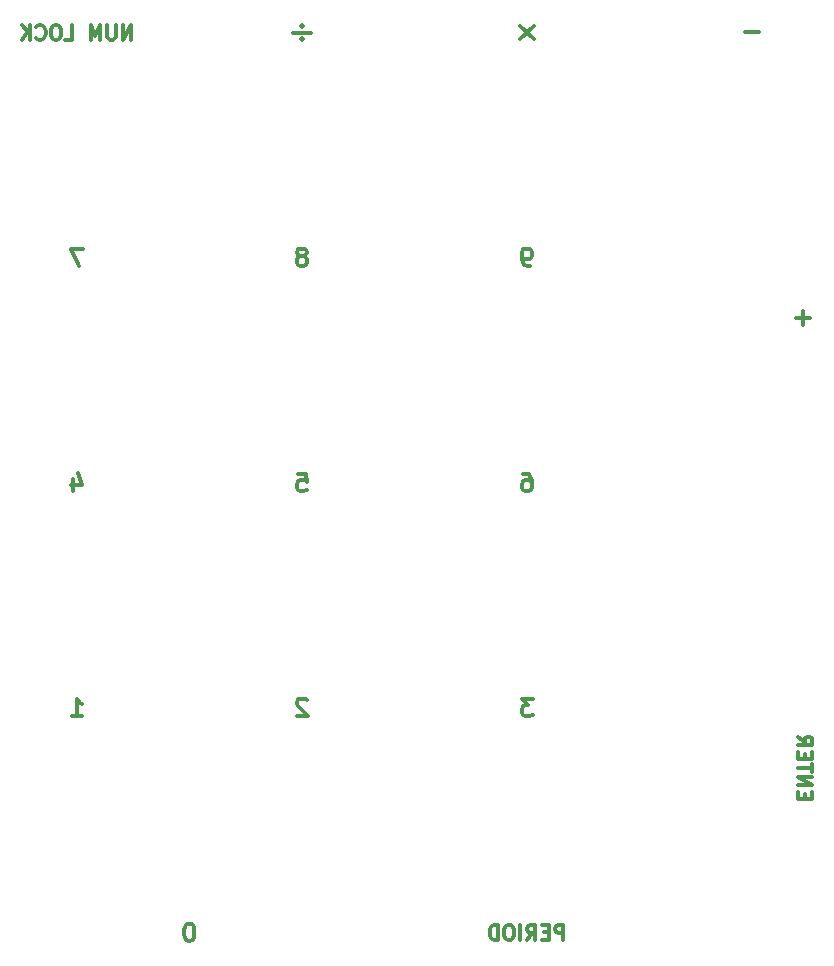
<source format=gbo>
%TF.GenerationSoftware,KiCad,Pcbnew,(6.0.2)*%
%TF.CreationDate,2022-03-22T19:34:44-04:00*%
%TF.ProjectId,RYCpad_pcb,52594370-6164-45f7-9063-622e6b696361,rev?*%
%TF.SameCoordinates,Original*%
%TF.FileFunction,Legend,Bot*%
%TF.FilePolarity,Positive*%
%FSLAX46Y46*%
G04 Gerber Fmt 4.6, Leading zero omitted, Abs format (unit mm)*
G04 Created by KiCad (PCBNEW (6.0.2)) date 2022-03-22 19:34:44*
%MOMM*%
%LPD*%
G01*
G04 APERTURE LIST*
%ADD10C,0.300000*%
%ADD11C,3.048000*%
%ADD12C,3.987800*%
%ADD13R,1.600000X1.600000*%
%ADD14O,1.600000X1.600000*%
%ADD15C,1.600000*%
%ADD16C,1.701800*%
%ADD17C,2.286000*%
%ADD18C,1.400000*%
%ADD19O,1.400000X1.400000*%
%ADD20C,4.400000*%
%ADD21C,2.000000*%
%ADD22R,1.700000X1.700000*%
%ADD23O,1.700000X1.700000*%
%ADD24O,0.650000X1.000000*%
%ADD25O,0.900000X2.400000*%
%ADD26O,0.900000X1.700000*%
%ADD27C,1.500000*%
%ADD28R,1.200000X1.200000*%
%ADD29C,1.200000*%
%ADD30R,1.800000X1.800000*%
%ADD31C,1.800000*%
G04 APERTURE END LIST*
D10*
X-29003571Y-33698571D02*
X-28146428Y-33698571D01*
X-28575000Y-33698571D02*
X-28575000Y-32198571D01*
X-28432142Y-32412857D01*
X-28289285Y-32555714D01*
X-28146428Y-32627142D01*
X-18978571Y-51248571D02*
X-19121428Y-51248571D01*
X-19264285Y-51320000D01*
X-19335714Y-51391428D01*
X-19407142Y-51534285D01*
X-19478571Y-51820000D01*
X-19478571Y-52177142D01*
X-19407142Y-52462857D01*
X-19335714Y-52605714D01*
X-19264285Y-52677142D01*
X-19121428Y-52748571D01*
X-18978571Y-52748571D01*
X-18835714Y-52677142D01*
X-18764285Y-52605714D01*
X-18692857Y-52462857D01*
X-18621428Y-52177142D01*
X-18621428Y-51820000D01*
X-18692857Y-51534285D01*
X-18764285Y-51391428D01*
X-18835714Y-51320000D01*
X-18978571Y-51248571D01*
X-9096428Y-32341428D02*
X-9167857Y-32270000D01*
X-9310714Y-32198571D01*
X-9667857Y-32198571D01*
X-9810714Y-32270000D01*
X-9882142Y-32341428D01*
X-9953571Y-32484285D01*
X-9953571Y-32627142D01*
X-9882142Y-32841428D01*
X-9025000Y-33698571D01*
X-9953571Y-33698571D01*
X10025000Y-32198571D02*
X9096428Y-32198571D01*
X9596428Y-32770000D01*
X9382142Y-32770000D01*
X9239285Y-32841428D01*
X9167857Y-32912857D01*
X9096428Y-33055714D01*
X9096428Y-33412857D01*
X9167857Y-33555714D01*
X9239285Y-33627142D01*
X9382142Y-33698571D01*
X9810714Y-33698571D01*
X9953571Y-33627142D01*
X10025000Y-33555714D01*
X9239285Y-13148571D02*
X9525000Y-13148571D01*
X9667857Y-13220000D01*
X9739285Y-13291428D01*
X9882142Y-13505714D01*
X9953571Y-13791428D01*
X9953571Y-14362857D01*
X9882142Y-14505714D01*
X9810714Y-14577142D01*
X9667857Y-14648571D01*
X9382142Y-14648571D01*
X9239285Y-14577142D01*
X9167857Y-14505714D01*
X9096428Y-14362857D01*
X9096428Y-14005714D01*
X9167857Y-13862857D01*
X9239285Y-13791428D01*
X9382142Y-13720000D01*
X9667857Y-13720000D01*
X9810714Y-13791428D01*
X9882142Y-13862857D01*
X9953571Y-14005714D01*
X-9882142Y-13148571D02*
X-9167857Y-13148571D01*
X-9096428Y-13862857D01*
X-9167857Y-13791428D01*
X-9310714Y-13720000D01*
X-9667857Y-13720000D01*
X-9810714Y-13791428D01*
X-9882142Y-13862857D01*
X-9953571Y-14005714D01*
X-9953571Y-14362857D01*
X-9882142Y-14505714D01*
X-9810714Y-14577142D01*
X-9667857Y-14648571D01*
X-9310714Y-14648571D01*
X-9167857Y-14577142D01*
X-9096428Y-14505714D01*
X-28860714Y-13648571D02*
X-28860714Y-14648571D01*
X-28503571Y-13077142D02*
X-28146428Y-14148571D01*
X-29075000Y-14148571D01*
X-28075000Y5901428D02*
X-29075000Y5901428D01*
X-28432142Y4401428D01*
X-9382142Y5258571D02*
X-9239285Y5330000D01*
X-9167857Y5401428D01*
X-9096428Y5544285D01*
X-9096428Y5615714D01*
X-9167857Y5758571D01*
X-9239285Y5830000D01*
X-9382142Y5901428D01*
X-9667857Y5901428D01*
X-9810714Y5830000D01*
X-9882142Y5758571D01*
X-9953571Y5615714D01*
X-9953571Y5544285D01*
X-9882142Y5401428D01*
X-9810714Y5330000D01*
X-9667857Y5258571D01*
X-9382142Y5258571D01*
X-9239285Y5187142D01*
X-9167857Y5115714D01*
X-9096428Y4972857D01*
X-9096428Y4687142D01*
X-9167857Y4544285D01*
X-9239285Y4472857D01*
X-9382142Y4401428D01*
X-9667857Y4401428D01*
X-9810714Y4472857D01*
X-9882142Y4544285D01*
X-9953571Y4687142D01*
X-9953571Y4972857D01*
X-9882142Y5115714D01*
X-9810714Y5187142D01*
X-9667857Y5258571D01*
X9810714Y4401428D02*
X9525000Y4401428D01*
X9382142Y4472857D01*
X9310714Y4544285D01*
X9167857Y4758571D01*
X9096428Y5044285D01*
X9096428Y5615714D01*
X9167857Y5758571D01*
X9239285Y5830000D01*
X9382142Y5901428D01*
X9667857Y5901428D01*
X9810714Y5830000D01*
X9882142Y5758571D01*
X9953571Y5615714D01*
X9953571Y5258571D01*
X9882142Y5115714D01*
X9810714Y5044285D01*
X9667857Y4972857D01*
X9382142Y4972857D01*
X9239285Y5044285D01*
X9167857Y5115714D01*
X9096428Y5258571D01*
X10096428Y24758571D02*
X8953571Y23615714D01*
X8953571Y24758571D02*
X10096428Y23615714D01*
X-10286904Y24187142D02*
X-8763095Y24187142D01*
X-9525000Y23710952D02*
X-9620238Y23615714D01*
X-9525000Y23520476D01*
X-9429761Y23615714D01*
X-9525000Y23710952D01*
X-9525000Y23520476D01*
X-9525000Y24853809D02*
X-9620238Y24758571D01*
X-9525000Y24663333D01*
X-9429761Y24758571D01*
X-9525000Y24853809D01*
X-9525000Y24663333D01*
X-23961904Y23564523D02*
X-23961904Y24814523D01*
X-24676190Y23564523D01*
X-24676190Y24814523D01*
X-25271428Y24814523D02*
X-25271428Y23802619D01*
X-25330952Y23683571D01*
X-25390476Y23624047D01*
X-25509523Y23564523D01*
X-25747619Y23564523D01*
X-25866666Y23624047D01*
X-25926190Y23683571D01*
X-25985714Y23802619D01*
X-25985714Y24814523D01*
X-26580952Y23564523D02*
X-26580952Y24814523D01*
X-26997619Y23921666D01*
X-27414285Y24814523D01*
X-27414285Y23564523D01*
X-29557142Y23564523D02*
X-28961904Y23564523D01*
X-28961904Y24814523D01*
X-30211904Y24814523D02*
X-30450000Y24814523D01*
X-30569047Y24755000D01*
X-30688095Y24635952D01*
X-30747619Y24397857D01*
X-30747619Y23981190D01*
X-30688095Y23743095D01*
X-30569047Y23624047D01*
X-30450000Y23564523D01*
X-30211904Y23564523D01*
X-30092857Y23624047D01*
X-29973809Y23743095D01*
X-29914285Y23981190D01*
X-29914285Y24397857D01*
X-29973809Y24635952D01*
X-30092857Y24755000D01*
X-30211904Y24814523D01*
X-31997619Y23683571D02*
X-31938095Y23624047D01*
X-31759523Y23564523D01*
X-31640476Y23564523D01*
X-31461904Y23624047D01*
X-31342857Y23743095D01*
X-31283333Y23862142D01*
X-31223809Y24100238D01*
X-31223809Y24278809D01*
X-31283333Y24516904D01*
X-31342857Y24635952D01*
X-31461904Y24755000D01*
X-31640476Y24814523D01*
X-31759523Y24814523D01*
X-31938095Y24755000D01*
X-31997619Y24695476D01*
X-32533333Y23564523D02*
X-32533333Y24814523D01*
X-33247619Y23564523D02*
X-32711904Y24278809D01*
X-33247619Y24814523D02*
X-32533333Y24100238D01*
X29146428Y24222857D02*
X28003571Y24222857D01*
X33109285Y-40689285D02*
X33109285Y-40272619D01*
X32454523Y-40094047D02*
X32454523Y-40689285D01*
X33704523Y-40689285D01*
X33704523Y-40094047D01*
X32454523Y-39558333D02*
X33704523Y-39558333D01*
X32454523Y-38844047D01*
X33704523Y-38844047D01*
X33704523Y-38427380D02*
X33704523Y-37713095D01*
X32454523Y-38070238D02*
X33704523Y-38070238D01*
X33109285Y-37296428D02*
X33109285Y-36879761D01*
X32454523Y-36701190D02*
X32454523Y-37296428D01*
X33704523Y-37296428D01*
X33704523Y-36701190D01*
X32454523Y-35451190D02*
X33049761Y-35867857D01*
X32454523Y-36165476D02*
X33704523Y-36165476D01*
X33704523Y-35689285D01*
X33645000Y-35570238D01*
X33585476Y-35510714D01*
X33466428Y-35451190D01*
X33287857Y-35451190D01*
X33168809Y-35510714D01*
X33109285Y-35570238D01*
X33049761Y-35689285D01*
X33049761Y-36165476D01*
X12620238Y-52635476D02*
X12620238Y-51385476D01*
X12144047Y-51385476D01*
X12025000Y-51445000D01*
X11965476Y-51504523D01*
X11905952Y-51623571D01*
X11905952Y-51802142D01*
X11965476Y-51921190D01*
X12025000Y-51980714D01*
X12144047Y-52040238D01*
X12620238Y-52040238D01*
X11370238Y-51980714D02*
X10953571Y-51980714D01*
X10775000Y-52635476D02*
X11370238Y-52635476D01*
X11370238Y-51385476D01*
X10775000Y-51385476D01*
X9525000Y-52635476D02*
X9941666Y-52040238D01*
X10239285Y-52635476D02*
X10239285Y-51385476D01*
X9763095Y-51385476D01*
X9644047Y-51445000D01*
X9584523Y-51504523D01*
X9525000Y-51623571D01*
X9525000Y-51802142D01*
X9584523Y-51921190D01*
X9644047Y-51980714D01*
X9763095Y-52040238D01*
X10239285Y-52040238D01*
X8989285Y-52635476D02*
X8989285Y-51385476D01*
X8155952Y-51385476D02*
X7917857Y-51385476D01*
X7798809Y-51445000D01*
X7679761Y-51564047D01*
X7620238Y-51802142D01*
X7620238Y-52218809D01*
X7679761Y-52456904D01*
X7798809Y-52575952D01*
X7917857Y-52635476D01*
X8155952Y-52635476D01*
X8275000Y-52575952D01*
X8394047Y-52456904D01*
X8453571Y-52218809D01*
X8453571Y-51802142D01*
X8394047Y-51564047D01*
X8275000Y-51445000D01*
X8155952Y-51385476D01*
X7084523Y-52635476D02*
X7084523Y-51385476D01*
X6786904Y-51385476D01*
X6608333Y-51445000D01*
X6489285Y-51564047D01*
X6429761Y-51683095D01*
X6370238Y-51921190D01*
X6370238Y-52099761D01*
X6429761Y-52337857D01*
X6489285Y-52456904D01*
X6608333Y-52575952D01*
X6786904Y-52635476D01*
X7084523Y-52635476D01*
X32912857Y-571428D02*
X32912857Y571428D01*
X32341428Y0D02*
X33484285Y0D01*
%LPC*%
D11*
X35560000Y11900000D03*
D12*
X20320000Y11900000D03*
D11*
X35560000Y-11900000D03*
D12*
X20320000Y-11900000D03*
D11*
X35560000Y-50000000D03*
D12*
X20320000Y-50000000D03*
D11*
X35560000Y-26200000D03*
D12*
X20320000Y-26200000D03*
X-30950000Y-39370000D03*
D11*
X-7150000Y-54610000D03*
D12*
X-7150000Y-39370000D03*
D11*
X-30950000Y-54610000D03*
D13*
X16510000Y46355000D03*
D14*
X13970000Y46355000D03*
X11430000Y46355000D03*
X8890000Y46355000D03*
X6350000Y46355000D03*
X3810000Y46355000D03*
X1270000Y46355000D03*
X-1270000Y46355000D03*
X-3810000Y46355000D03*
X-6350000Y46355000D03*
X-8890000Y46355000D03*
X-11430000Y46355000D03*
X-13970000Y46355000D03*
X-16510000Y46355000D03*
X-16510000Y38735000D03*
X-13970000Y38735000D03*
X-11430000Y38735000D03*
X-8890000Y38735000D03*
X-6350000Y38735000D03*
X-3810000Y38735000D03*
X-1270000Y38735000D03*
X1270000Y38735000D03*
X3810000Y38735000D03*
X6350000Y38735000D03*
X8890000Y38735000D03*
X11430000Y38735000D03*
X13970000Y38735000D03*
X16510000Y38735000D03*
D15*
X-22860000Y51435000D03*
D14*
X-22860000Y46355000D03*
D15*
X-25400000Y54991000D03*
D14*
X-20320000Y54991000D03*
D15*
X-25400000Y57531000D03*
D14*
X-20320000Y57531000D03*
D15*
X35560000Y43815000D03*
D14*
X35560000Y38735000D03*
D15*
X-35560000Y43815000D03*
D14*
X-35560000Y38735000D03*
D15*
X-20320000Y43815000D03*
D14*
X-20320000Y38735000D03*
D15*
X-22860000Y43815000D03*
D14*
X-22860000Y38735000D03*
D15*
X22860000Y43815000D03*
D14*
X22860000Y38735000D03*
D15*
X-30480000Y43815000D03*
D14*
X-30480000Y38735000D03*
D15*
X-25400000Y43815000D03*
D14*
X-25400000Y38735000D03*
D15*
X25400000Y43815000D03*
D14*
X25400000Y38735000D03*
D15*
X30480000Y43815000D03*
D14*
X30480000Y38735000D03*
D15*
X-27940000Y43815000D03*
D14*
X-27940000Y38735000D03*
D15*
X27940000Y43815000D03*
D14*
X27940000Y38735000D03*
D12*
X-28575000Y28575000D03*
D16*
X-23495000Y28575000D03*
X-33655000Y28575000D03*
D17*
X-26035000Y33655000D03*
X-32385000Y31115000D03*
D16*
X-14605000Y28575000D03*
X-4445000Y28575000D03*
D12*
X-9525000Y28575000D03*
D17*
X-6985000Y33655000D03*
X-13335000Y31115000D03*
D16*
X14605000Y28575000D03*
X4445000Y28575000D03*
D12*
X9525000Y28575000D03*
D17*
X12065000Y33655000D03*
X5715000Y31115000D03*
D12*
X28575000Y28575000D03*
D16*
X23495000Y28575000D03*
X33655000Y28575000D03*
D17*
X31115000Y33655000D03*
X24765000Y31115000D03*
D16*
X-33655000Y9525000D03*
D12*
X-28575000Y9525000D03*
D16*
X-23495000Y9525000D03*
D17*
X-26035000Y14605000D03*
X-32385000Y12065000D03*
D16*
X-4445000Y9525000D03*
D12*
X-9525000Y9525000D03*
D16*
X-14605000Y9525000D03*
D17*
X-6985000Y14605000D03*
X-13335000Y12065000D03*
D16*
X14605000Y9525000D03*
X4445000Y9525000D03*
D12*
X9525000Y9525000D03*
D17*
X12065000Y14605000D03*
X5715000Y12065000D03*
D12*
X28575000Y0D03*
D16*
X28575000Y5080000D03*
X28575000Y-5080000D03*
D17*
X23495000Y2540000D03*
X26035000Y-3810000D03*
D12*
X-28575000Y-9525000D03*
D16*
X-33655000Y-9525000D03*
X-23495000Y-9525000D03*
D17*
X-26035000Y-4445000D03*
X-32385000Y-6985000D03*
D16*
X-14605000Y-9525000D03*
X-4445000Y-9525000D03*
D12*
X-9525000Y-9525000D03*
D17*
X-6985000Y-4445000D03*
X-13335000Y-6985000D03*
D12*
X9525000Y-9525000D03*
D16*
X14605000Y-9525000D03*
X4445000Y-9525000D03*
D17*
X12065000Y-4445000D03*
X5715000Y-6985000D03*
D16*
X-23495000Y-28575000D03*
X-33655000Y-28575000D03*
D12*
X-28575000Y-28575000D03*
D17*
X-26035000Y-23495000D03*
X-32385000Y-26035000D03*
D16*
X-4445000Y-28575000D03*
X-14605000Y-28575000D03*
D12*
X-9525000Y-28575000D03*
D17*
X-6985000Y-23495000D03*
X-13335000Y-26035000D03*
D16*
X4445000Y-28575000D03*
D12*
X9525000Y-28575000D03*
D16*
X14605000Y-28575000D03*
D17*
X12065000Y-23495000D03*
X5715000Y-26035000D03*
D12*
X28575000Y-38100000D03*
D16*
X28575000Y-33020000D03*
X28575000Y-43180000D03*
D17*
X23495000Y-35560000D03*
X26035000Y-41910000D03*
D16*
X-13970000Y-47625000D03*
D12*
X-19050000Y-47625000D03*
D16*
X-24130000Y-47625000D03*
D17*
X-16510000Y-42545000D03*
X-22860000Y-45085000D03*
D16*
X14605000Y-47625000D03*
D12*
X9525000Y-47625000D03*
D16*
X4445000Y-47625000D03*
D17*
X12065000Y-42545000D03*
X5715000Y-45085000D03*
D18*
X22860000Y51435000D03*
D19*
X22860000Y46355000D03*
D18*
X12065000Y56261000D03*
D19*
X6985000Y56261000D03*
D18*
X12065000Y58420000D03*
D19*
X6985000Y58420000D03*
D18*
X20320000Y46355000D03*
D19*
X20320000Y51435000D03*
D18*
X11430000Y53848000D03*
D19*
X11430000Y48768000D03*
D20*
X35814000Y48895000D03*
X-35814000Y48895000D03*
D15*
X13970000Y53848000D03*
D14*
X13970000Y48768000D03*
D21*
X-25504000Y51363000D03*
X-32004000Y51363000D03*
X-25504000Y46863000D03*
X-32004000Y46863000D03*
D15*
X20320000Y43815000D03*
D14*
X20320000Y38735000D03*
D15*
X-20320000Y46355000D03*
X-20320000Y51355000D03*
D22*
X20447000Y55118000D03*
D23*
X20447000Y57658000D03*
X22987000Y55118000D03*
X22987000Y57658000D03*
X25527000Y55118000D03*
X25527000Y57658000D03*
D24*
X2975000Y53900000D03*
X2125000Y53900000D03*
X1275000Y53900000D03*
X425000Y53900000D03*
X-425000Y53900000D03*
X-1275000Y53900000D03*
X-2125000Y53900000D03*
X-2975000Y53900000D03*
X-2975000Y55450000D03*
X-2125000Y55450000D03*
X-1275000Y55450000D03*
X-425000Y55450000D03*
X425000Y55450000D03*
X1275000Y55450000D03*
X2125000Y55450000D03*
X2975000Y55450000D03*
D25*
X4325000Y54980000D03*
X-4325000Y54980000D03*
D26*
X4325000Y58360000D03*
X-4325000Y58360000D03*
D15*
X16510000Y53848000D03*
D14*
X16510000Y48768000D03*
D15*
X33020000Y43815000D03*
D14*
X33020000Y38735000D03*
D18*
X8890000Y48768000D03*
D19*
X8890000Y53848000D03*
D15*
X-33020000Y43815000D03*
D14*
X-33020000Y38735000D03*
D20*
X-32385000Y-19050000D03*
X0Y-47625000D03*
X32385000Y-19050000D03*
D21*
X25504000Y51363000D03*
X32004000Y51363000D03*
X25504000Y46863000D03*
X32004000Y46863000D03*
D18*
X-17070000Y54152800D03*
D19*
X-17070000Y49072800D03*
D27*
X-12246000Y50292000D03*
X-7366000Y50292000D03*
D15*
X-12246000Y54000000D03*
X-14746000Y54000000D03*
D28*
X4572000Y50165000D03*
D29*
X6072000Y50165000D03*
D15*
X2032000Y51435000D03*
X-2968000Y51435000D03*
X2032000Y48768000D03*
X-2968000Y48768000D03*
X-7366000Y54000000D03*
X-9866000Y54000000D03*
D30*
X-7366000Y57404000D03*
D31*
X-9906000Y57404000D03*
M02*

</source>
